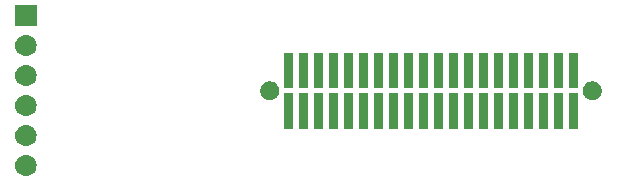
<source format=gbr>
G04 #@! TF.GenerationSoftware,KiCad,Pcbnew,(5.1.4)-1*
G04 #@! TF.CreationDate,2020-01-15T14:03:57-05:00*
G04 #@! TF.ProjectId,PDL_1920,50444c5f-3139-4323-902e-6b696361645f,rev?*
G04 #@! TF.SameCoordinates,Original*
G04 #@! TF.FileFunction,Soldermask,Bot*
G04 #@! TF.FilePolarity,Negative*
%FSLAX46Y46*%
G04 Gerber Fmt 4.6, Leading zero omitted, Abs format (unit mm)*
G04 Created by KiCad (PCBNEW (5.1.4)-1) date 2020-01-15 14:03:57*
%MOMM*%
%LPD*%
G04 APERTURE LIST*
%ADD10C,0.100000*%
G04 APERTURE END LIST*
D10*
G36*
X118220442Y-132455518D02*
G01*
X118286627Y-132462037D01*
X118456466Y-132513557D01*
X118612991Y-132597222D01*
X118648729Y-132626552D01*
X118750186Y-132709814D01*
X118833448Y-132811271D01*
X118862778Y-132847009D01*
X118946443Y-133003534D01*
X118997963Y-133173373D01*
X119015359Y-133350000D01*
X118997963Y-133526627D01*
X118946443Y-133696466D01*
X118862778Y-133852991D01*
X118833448Y-133888729D01*
X118750186Y-133990186D01*
X118648729Y-134073448D01*
X118612991Y-134102778D01*
X118456466Y-134186443D01*
X118286627Y-134237963D01*
X118220443Y-134244481D01*
X118154260Y-134251000D01*
X118065740Y-134251000D01*
X117999557Y-134244481D01*
X117933373Y-134237963D01*
X117763534Y-134186443D01*
X117607009Y-134102778D01*
X117571271Y-134073448D01*
X117469814Y-133990186D01*
X117386552Y-133888729D01*
X117357222Y-133852991D01*
X117273557Y-133696466D01*
X117222037Y-133526627D01*
X117204641Y-133350000D01*
X117222037Y-133173373D01*
X117273557Y-133003534D01*
X117357222Y-132847009D01*
X117386552Y-132811271D01*
X117469814Y-132709814D01*
X117571271Y-132626552D01*
X117607009Y-132597222D01*
X117763534Y-132513557D01*
X117933373Y-132462037D01*
X117999558Y-132455518D01*
X118065740Y-132449000D01*
X118154260Y-132449000D01*
X118220442Y-132455518D01*
X118220442Y-132455518D01*
G37*
G36*
X118220442Y-129915518D02*
G01*
X118286627Y-129922037D01*
X118456466Y-129973557D01*
X118612991Y-130057222D01*
X118648729Y-130086552D01*
X118750186Y-130169814D01*
X118820259Y-130255200D01*
X118862778Y-130307009D01*
X118946443Y-130463534D01*
X118997963Y-130633373D01*
X119015359Y-130810000D01*
X118997963Y-130986627D01*
X118946443Y-131156466D01*
X118862778Y-131312991D01*
X118833448Y-131348729D01*
X118750186Y-131450186D01*
X118648729Y-131533448D01*
X118612991Y-131562778D01*
X118456466Y-131646443D01*
X118286627Y-131697963D01*
X118220443Y-131704481D01*
X118154260Y-131711000D01*
X118065740Y-131711000D01*
X117999557Y-131704481D01*
X117933373Y-131697963D01*
X117763534Y-131646443D01*
X117607009Y-131562778D01*
X117571271Y-131533448D01*
X117469814Y-131450186D01*
X117386552Y-131348729D01*
X117357222Y-131312991D01*
X117273557Y-131156466D01*
X117222037Y-130986627D01*
X117204641Y-130810000D01*
X117222037Y-130633373D01*
X117273557Y-130463534D01*
X117357222Y-130307009D01*
X117399741Y-130255200D01*
X117469814Y-130169814D01*
X117571271Y-130086552D01*
X117607009Y-130057222D01*
X117763534Y-129973557D01*
X117933373Y-129922037D01*
X117999558Y-129915518D01*
X118065740Y-129909000D01*
X118154260Y-129909000D01*
X118220442Y-129915518D01*
X118220442Y-129915518D01*
G37*
G36*
X164886000Y-130255200D02*
G01*
X164044000Y-130255200D01*
X164044000Y-127233200D01*
X164886000Y-127233200D01*
X164886000Y-130255200D01*
X164886000Y-130255200D01*
G37*
G36*
X163616000Y-130255200D02*
G01*
X162774000Y-130255200D01*
X162774000Y-127233200D01*
X163616000Y-127233200D01*
X163616000Y-130255200D01*
X163616000Y-130255200D01*
G37*
G36*
X162346000Y-130255200D02*
G01*
X161504000Y-130255200D01*
X161504000Y-127233200D01*
X162346000Y-127233200D01*
X162346000Y-130255200D01*
X162346000Y-130255200D01*
G37*
G36*
X161076000Y-130255200D02*
G01*
X160234000Y-130255200D01*
X160234000Y-127233200D01*
X161076000Y-127233200D01*
X161076000Y-130255200D01*
X161076000Y-130255200D01*
G37*
G36*
X159806000Y-130255200D02*
G01*
X158964000Y-130255200D01*
X158964000Y-127233200D01*
X159806000Y-127233200D01*
X159806000Y-130255200D01*
X159806000Y-130255200D01*
G37*
G36*
X158536000Y-130255200D02*
G01*
X157694000Y-130255200D01*
X157694000Y-127233200D01*
X158536000Y-127233200D01*
X158536000Y-130255200D01*
X158536000Y-130255200D01*
G37*
G36*
X157266000Y-130255200D02*
G01*
X156424000Y-130255200D01*
X156424000Y-127233200D01*
X157266000Y-127233200D01*
X157266000Y-130255200D01*
X157266000Y-130255200D01*
G37*
G36*
X155996000Y-130255200D02*
G01*
X155154000Y-130255200D01*
X155154000Y-127233200D01*
X155996000Y-127233200D01*
X155996000Y-130255200D01*
X155996000Y-130255200D01*
G37*
G36*
X154726000Y-130255200D02*
G01*
X153884000Y-130255200D01*
X153884000Y-127233200D01*
X154726000Y-127233200D01*
X154726000Y-130255200D01*
X154726000Y-130255200D01*
G37*
G36*
X153456000Y-130255200D02*
G01*
X152614000Y-130255200D01*
X152614000Y-127233200D01*
X153456000Y-127233200D01*
X153456000Y-130255200D01*
X153456000Y-130255200D01*
G37*
G36*
X152186000Y-130255200D02*
G01*
X151344000Y-130255200D01*
X151344000Y-127233200D01*
X152186000Y-127233200D01*
X152186000Y-130255200D01*
X152186000Y-130255200D01*
G37*
G36*
X150916000Y-130255200D02*
G01*
X150074000Y-130255200D01*
X150074000Y-127233200D01*
X150916000Y-127233200D01*
X150916000Y-130255200D01*
X150916000Y-130255200D01*
G37*
G36*
X149646000Y-130255200D02*
G01*
X148804000Y-130255200D01*
X148804000Y-127233200D01*
X149646000Y-127233200D01*
X149646000Y-130255200D01*
X149646000Y-130255200D01*
G37*
G36*
X148376000Y-130255200D02*
G01*
X147534000Y-130255200D01*
X147534000Y-127233200D01*
X148376000Y-127233200D01*
X148376000Y-130255200D01*
X148376000Y-130255200D01*
G37*
G36*
X147106000Y-130255200D02*
G01*
X146264000Y-130255200D01*
X146264000Y-127233200D01*
X147106000Y-127233200D01*
X147106000Y-130255200D01*
X147106000Y-130255200D01*
G37*
G36*
X145836000Y-130255200D02*
G01*
X144994000Y-130255200D01*
X144994000Y-127233200D01*
X145836000Y-127233200D01*
X145836000Y-130255200D01*
X145836000Y-130255200D01*
G37*
G36*
X144566000Y-130255200D02*
G01*
X143724000Y-130255200D01*
X143724000Y-127233200D01*
X144566000Y-127233200D01*
X144566000Y-130255200D01*
X144566000Y-130255200D01*
G37*
G36*
X143296000Y-130255200D02*
G01*
X142454000Y-130255200D01*
X142454000Y-127233200D01*
X143296000Y-127233200D01*
X143296000Y-130255200D01*
X143296000Y-130255200D01*
G37*
G36*
X142026000Y-130255200D02*
G01*
X141184000Y-130255200D01*
X141184000Y-127233200D01*
X142026000Y-127233200D01*
X142026000Y-130255200D01*
X142026000Y-130255200D01*
G37*
G36*
X140756000Y-130255200D02*
G01*
X139914000Y-130255200D01*
X139914000Y-127233200D01*
X140756000Y-127233200D01*
X140756000Y-130255200D01*
X140756000Y-130255200D01*
G37*
G36*
X118220442Y-127375518D02*
G01*
X118286627Y-127382037D01*
X118456466Y-127433557D01*
X118612991Y-127517222D01*
X118640511Y-127539807D01*
X118750186Y-127629814D01*
X118833448Y-127731271D01*
X118862778Y-127767009D01*
X118946443Y-127923534D01*
X118997963Y-128093373D01*
X119015359Y-128270000D01*
X118997963Y-128446627D01*
X118946443Y-128616466D01*
X118862778Y-128772991D01*
X118833448Y-128808729D01*
X118750186Y-128910186D01*
X118648729Y-128993448D01*
X118612991Y-129022778D01*
X118456466Y-129106443D01*
X118286627Y-129157963D01*
X118220442Y-129164482D01*
X118154260Y-129171000D01*
X118065740Y-129171000D01*
X117999558Y-129164482D01*
X117933373Y-129157963D01*
X117763534Y-129106443D01*
X117607009Y-129022778D01*
X117571271Y-128993448D01*
X117469814Y-128910186D01*
X117386552Y-128808729D01*
X117357222Y-128772991D01*
X117273557Y-128616466D01*
X117222037Y-128446627D01*
X117204641Y-128270000D01*
X117222037Y-128093373D01*
X117273557Y-127923534D01*
X117357222Y-127767009D01*
X117386552Y-127731271D01*
X117469814Y-127629814D01*
X117579489Y-127539807D01*
X117607009Y-127517222D01*
X117763534Y-127433557D01*
X117933373Y-127382037D01*
X117999558Y-127375518D01*
X118065740Y-127369000D01*
X118154260Y-127369000D01*
X118220442Y-127375518D01*
X118220442Y-127375518D01*
G37*
G36*
X166288642Y-126258981D02*
G01*
X166434414Y-126319362D01*
X166434416Y-126319363D01*
X166565608Y-126407022D01*
X166677178Y-126518592D01*
X166743575Y-126617963D01*
X166764838Y-126649786D01*
X166825219Y-126795558D01*
X166856000Y-126950307D01*
X166856000Y-127108093D01*
X166825219Y-127262842D01*
X166764838Y-127408614D01*
X166764837Y-127408616D01*
X166677178Y-127539808D01*
X166565608Y-127651378D01*
X166434416Y-127739037D01*
X166434415Y-127739038D01*
X166434414Y-127739038D01*
X166288642Y-127799419D01*
X166133893Y-127830200D01*
X165976107Y-127830200D01*
X165821358Y-127799419D01*
X165675586Y-127739038D01*
X165675585Y-127739038D01*
X165675584Y-127739037D01*
X165544392Y-127651378D01*
X165432822Y-127539808D01*
X165345163Y-127408616D01*
X165345162Y-127408614D01*
X165284781Y-127262842D01*
X165254000Y-127108093D01*
X165254000Y-126950307D01*
X165284781Y-126795558D01*
X165345162Y-126649786D01*
X165366425Y-126617963D01*
X165432822Y-126518592D01*
X165544392Y-126407022D01*
X165675584Y-126319363D01*
X165675586Y-126319362D01*
X165821358Y-126258981D01*
X165976107Y-126228200D01*
X166133893Y-126228200D01*
X166288642Y-126258981D01*
X166288642Y-126258981D01*
G37*
G36*
X138978642Y-126258981D02*
G01*
X139124414Y-126319362D01*
X139124416Y-126319363D01*
X139255608Y-126407022D01*
X139367178Y-126518592D01*
X139433575Y-126617963D01*
X139454838Y-126649786D01*
X139515219Y-126795558D01*
X139546000Y-126950307D01*
X139546000Y-127108093D01*
X139515219Y-127262842D01*
X139454838Y-127408614D01*
X139454837Y-127408616D01*
X139367178Y-127539808D01*
X139255608Y-127651378D01*
X139124416Y-127739037D01*
X139124415Y-127739038D01*
X139124414Y-127739038D01*
X138978642Y-127799419D01*
X138823893Y-127830200D01*
X138666107Y-127830200D01*
X138511358Y-127799419D01*
X138365586Y-127739038D01*
X138365585Y-127739038D01*
X138365584Y-127739037D01*
X138234392Y-127651378D01*
X138122822Y-127539808D01*
X138035163Y-127408616D01*
X138035162Y-127408614D01*
X137974781Y-127262842D01*
X137944000Y-127108093D01*
X137944000Y-126950307D01*
X137974781Y-126795558D01*
X138035162Y-126649786D01*
X138056425Y-126617963D01*
X138122822Y-126518592D01*
X138234392Y-126407022D01*
X138365584Y-126319363D01*
X138365586Y-126319362D01*
X138511358Y-126258981D01*
X138666107Y-126228200D01*
X138823893Y-126228200D01*
X138978642Y-126258981D01*
X138978642Y-126258981D01*
G37*
G36*
X152186000Y-126825200D02*
G01*
X151344000Y-126825200D01*
X151344000Y-123803200D01*
X152186000Y-123803200D01*
X152186000Y-126825200D01*
X152186000Y-126825200D01*
G37*
G36*
X163616000Y-126825200D02*
G01*
X162774000Y-126825200D01*
X162774000Y-123803200D01*
X163616000Y-123803200D01*
X163616000Y-126825200D01*
X163616000Y-126825200D01*
G37*
G36*
X140756000Y-126825200D02*
G01*
X139914000Y-126825200D01*
X139914000Y-123803200D01*
X140756000Y-123803200D01*
X140756000Y-126825200D01*
X140756000Y-126825200D01*
G37*
G36*
X162346000Y-126825200D02*
G01*
X161504000Y-126825200D01*
X161504000Y-123803200D01*
X162346000Y-123803200D01*
X162346000Y-126825200D01*
X162346000Y-126825200D01*
G37*
G36*
X142026000Y-126825200D02*
G01*
X141184000Y-126825200D01*
X141184000Y-123803200D01*
X142026000Y-123803200D01*
X142026000Y-126825200D01*
X142026000Y-126825200D01*
G37*
G36*
X161076000Y-126825200D02*
G01*
X160234000Y-126825200D01*
X160234000Y-123803200D01*
X161076000Y-123803200D01*
X161076000Y-126825200D01*
X161076000Y-126825200D01*
G37*
G36*
X143296000Y-126825200D02*
G01*
X142454000Y-126825200D01*
X142454000Y-123803200D01*
X143296000Y-123803200D01*
X143296000Y-126825200D01*
X143296000Y-126825200D01*
G37*
G36*
X159806000Y-126825200D02*
G01*
X158964000Y-126825200D01*
X158964000Y-123803200D01*
X159806000Y-123803200D01*
X159806000Y-126825200D01*
X159806000Y-126825200D01*
G37*
G36*
X144566000Y-126825200D02*
G01*
X143724000Y-126825200D01*
X143724000Y-123803200D01*
X144566000Y-123803200D01*
X144566000Y-126825200D01*
X144566000Y-126825200D01*
G37*
G36*
X158536000Y-126825200D02*
G01*
X157694000Y-126825200D01*
X157694000Y-123803200D01*
X158536000Y-123803200D01*
X158536000Y-126825200D01*
X158536000Y-126825200D01*
G37*
G36*
X145836000Y-126825200D02*
G01*
X144994000Y-126825200D01*
X144994000Y-123803200D01*
X145836000Y-123803200D01*
X145836000Y-126825200D01*
X145836000Y-126825200D01*
G37*
G36*
X157266000Y-126825200D02*
G01*
X156424000Y-126825200D01*
X156424000Y-123803200D01*
X157266000Y-123803200D01*
X157266000Y-126825200D01*
X157266000Y-126825200D01*
G37*
G36*
X147106000Y-126825200D02*
G01*
X146264000Y-126825200D01*
X146264000Y-123803200D01*
X147106000Y-123803200D01*
X147106000Y-126825200D01*
X147106000Y-126825200D01*
G37*
G36*
X155996000Y-126825200D02*
G01*
X155154000Y-126825200D01*
X155154000Y-123803200D01*
X155996000Y-123803200D01*
X155996000Y-126825200D01*
X155996000Y-126825200D01*
G37*
G36*
X148376000Y-126825200D02*
G01*
X147534000Y-126825200D01*
X147534000Y-123803200D01*
X148376000Y-123803200D01*
X148376000Y-126825200D01*
X148376000Y-126825200D01*
G37*
G36*
X154726000Y-126825200D02*
G01*
X153884000Y-126825200D01*
X153884000Y-123803200D01*
X154726000Y-123803200D01*
X154726000Y-126825200D01*
X154726000Y-126825200D01*
G37*
G36*
X149646000Y-126825200D02*
G01*
X148804000Y-126825200D01*
X148804000Y-123803200D01*
X149646000Y-123803200D01*
X149646000Y-126825200D01*
X149646000Y-126825200D01*
G37*
G36*
X153456000Y-126825200D02*
G01*
X152614000Y-126825200D01*
X152614000Y-123803200D01*
X153456000Y-123803200D01*
X153456000Y-126825200D01*
X153456000Y-126825200D01*
G37*
G36*
X150916000Y-126825200D02*
G01*
X150074000Y-126825200D01*
X150074000Y-123803200D01*
X150916000Y-123803200D01*
X150916000Y-126825200D01*
X150916000Y-126825200D01*
G37*
G36*
X164886000Y-126825200D02*
G01*
X164044000Y-126825200D01*
X164044000Y-123803200D01*
X164886000Y-123803200D01*
X164886000Y-126825200D01*
X164886000Y-126825200D01*
G37*
G36*
X118220443Y-124835519D02*
G01*
X118286627Y-124842037D01*
X118456466Y-124893557D01*
X118612991Y-124977222D01*
X118648729Y-125006552D01*
X118750186Y-125089814D01*
X118833448Y-125191271D01*
X118862778Y-125227009D01*
X118946443Y-125383534D01*
X118997963Y-125553373D01*
X119015359Y-125730000D01*
X118997963Y-125906627D01*
X118946443Y-126076466D01*
X118862778Y-126232991D01*
X118833448Y-126268729D01*
X118750186Y-126370186D01*
X118648729Y-126453448D01*
X118612991Y-126482778D01*
X118456466Y-126566443D01*
X118286627Y-126617963D01*
X118220442Y-126624482D01*
X118154260Y-126631000D01*
X118065740Y-126631000D01*
X117999558Y-126624482D01*
X117933373Y-126617963D01*
X117763534Y-126566443D01*
X117607009Y-126482778D01*
X117571271Y-126453448D01*
X117469814Y-126370186D01*
X117386552Y-126268729D01*
X117357222Y-126232991D01*
X117273557Y-126076466D01*
X117222037Y-125906627D01*
X117204641Y-125730000D01*
X117222037Y-125553373D01*
X117273557Y-125383534D01*
X117357222Y-125227009D01*
X117386552Y-125191271D01*
X117469814Y-125089814D01*
X117571271Y-125006552D01*
X117607009Y-124977222D01*
X117763534Y-124893557D01*
X117933373Y-124842037D01*
X117999557Y-124835519D01*
X118065740Y-124829000D01*
X118154260Y-124829000D01*
X118220443Y-124835519D01*
X118220443Y-124835519D01*
G37*
G36*
X118220443Y-122295519D02*
G01*
X118286627Y-122302037D01*
X118456466Y-122353557D01*
X118612991Y-122437222D01*
X118648729Y-122466552D01*
X118750186Y-122549814D01*
X118833448Y-122651271D01*
X118862778Y-122687009D01*
X118946443Y-122843534D01*
X118997963Y-123013373D01*
X119015359Y-123190000D01*
X118997963Y-123366627D01*
X118946443Y-123536466D01*
X118862778Y-123692991D01*
X118833448Y-123728729D01*
X118750186Y-123830186D01*
X118648729Y-123913448D01*
X118612991Y-123942778D01*
X118456466Y-124026443D01*
X118286627Y-124077963D01*
X118220442Y-124084482D01*
X118154260Y-124091000D01*
X118065740Y-124091000D01*
X117999558Y-124084482D01*
X117933373Y-124077963D01*
X117763534Y-124026443D01*
X117607009Y-123942778D01*
X117571271Y-123913448D01*
X117469814Y-123830186D01*
X117386552Y-123728729D01*
X117357222Y-123692991D01*
X117273557Y-123536466D01*
X117222037Y-123366627D01*
X117204641Y-123190000D01*
X117222037Y-123013373D01*
X117273557Y-122843534D01*
X117357222Y-122687009D01*
X117386552Y-122651271D01*
X117469814Y-122549814D01*
X117571271Y-122466552D01*
X117607009Y-122437222D01*
X117763534Y-122353557D01*
X117933373Y-122302037D01*
X117999557Y-122295519D01*
X118065740Y-122289000D01*
X118154260Y-122289000D01*
X118220443Y-122295519D01*
X118220443Y-122295519D01*
G37*
G36*
X119011000Y-121551000D02*
G01*
X117209000Y-121551000D01*
X117209000Y-119749000D01*
X119011000Y-119749000D01*
X119011000Y-121551000D01*
X119011000Y-121551000D01*
G37*
M02*

</source>
